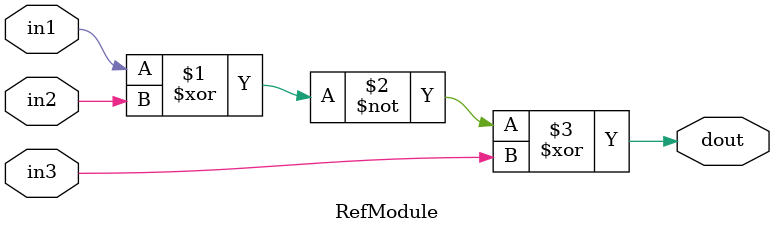
<source format=sv>

module RefModule (
  input in1,
  input in2,
  input in3,
  output logic dout
);

  assign dout = (~(in1 ^ in2)) ^ in3;

endmodule


</source>
